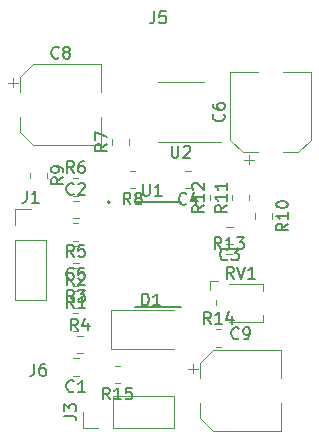
<source format=gbr>
%TF.GenerationSoftware,KiCad,Pcbnew,(6.0.7-1)-1*%
%TF.CreationDate,2023-04-05T16:12:29-04:00*%
%TF.ProjectId,Seth'sEMG,53657468-2773-4454-9d47-2e6b69636164,rev?*%
%TF.SameCoordinates,Original*%
%TF.FileFunction,Legend,Top*%
%TF.FilePolarity,Positive*%
%FSLAX46Y46*%
G04 Gerber Fmt 4.6, Leading zero omitted, Abs format (unit mm)*
G04 Created by KiCad (PCBNEW (6.0.7-1)-1) date 2023-04-05 16:12:29*
%MOMM*%
%LPD*%
G01*
G04 APERTURE LIST*
%ADD10C,0.150000*%
%ADD11C,0.120000*%
%ADD12C,0.127000*%
%ADD13C,0.200000*%
G04 APERTURE END LIST*
D10*
%TO.C,R11*%
X161997380Y-106322857D02*
X161521190Y-106656190D01*
X161997380Y-106894285D02*
X160997380Y-106894285D01*
X160997380Y-106513333D01*
X161045000Y-106418095D01*
X161092619Y-106370476D01*
X161187857Y-106322857D01*
X161330714Y-106322857D01*
X161425952Y-106370476D01*
X161473571Y-106418095D01*
X161521190Y-106513333D01*
X161521190Y-106894285D01*
X161997380Y-105370476D02*
X161997380Y-105941904D01*
X161997380Y-105656190D02*
X160997380Y-105656190D01*
X161140238Y-105751428D01*
X161235476Y-105846666D01*
X161283095Y-105941904D01*
X161997380Y-104418095D02*
X161997380Y-104989523D01*
X161997380Y-104703809D02*
X160997380Y-104703809D01*
X161140238Y-104799047D01*
X161235476Y-104894285D01*
X161283095Y-104989523D01*
%TO.C,J3*%
X148267380Y-124158333D02*
X148981666Y-124158333D01*
X149124523Y-124205952D01*
X149219761Y-124301190D01*
X149267380Y-124444047D01*
X149267380Y-124539285D01*
X148267380Y-123777380D02*
X148267380Y-123158333D01*
X148648333Y-123491666D01*
X148648333Y-123348809D01*
X148695952Y-123253571D01*
X148743571Y-123205952D01*
X148838809Y-123158333D01*
X149076904Y-123158333D01*
X149172142Y-123205952D01*
X149219761Y-123253571D01*
X149267380Y-123348809D01*
X149267380Y-123634523D01*
X149219761Y-123729761D01*
X149172142Y-123777380D01*
%TO.C,J5*%
X155876666Y-89897380D02*
X155876666Y-90611666D01*
X155829047Y-90754523D01*
X155733809Y-90849761D01*
X155590952Y-90897380D01*
X155495714Y-90897380D01*
X156829047Y-89897380D02*
X156352857Y-89897380D01*
X156305238Y-90373571D01*
X156352857Y-90325952D01*
X156448095Y-90278333D01*
X156686190Y-90278333D01*
X156781428Y-90325952D01*
X156829047Y-90373571D01*
X156876666Y-90468809D01*
X156876666Y-90706904D01*
X156829047Y-90802142D01*
X156781428Y-90849761D01*
X156686190Y-90897380D01*
X156448095Y-90897380D01*
X156352857Y-90849761D01*
X156305238Y-90802142D01*
%TO.C,R15*%
X152114642Y-122752380D02*
X151781309Y-122276190D01*
X151543214Y-122752380D02*
X151543214Y-121752380D01*
X151924166Y-121752380D01*
X152019404Y-121800000D01*
X152067023Y-121847619D01*
X152114642Y-121942857D01*
X152114642Y-122085714D01*
X152067023Y-122180952D01*
X152019404Y-122228571D01*
X151924166Y-122276190D01*
X151543214Y-122276190D01*
X153067023Y-122752380D02*
X152495595Y-122752380D01*
X152781309Y-122752380D02*
X152781309Y-121752380D01*
X152686071Y-121895238D01*
X152590833Y-121990476D01*
X152495595Y-122038095D01*
X153971785Y-121752380D02*
X153495595Y-121752380D01*
X153447976Y-122228571D01*
X153495595Y-122180952D01*
X153590833Y-122133333D01*
X153828928Y-122133333D01*
X153924166Y-122180952D01*
X153971785Y-122228571D01*
X154019404Y-122323809D01*
X154019404Y-122561904D01*
X153971785Y-122657142D01*
X153924166Y-122704761D01*
X153828928Y-122752380D01*
X153590833Y-122752380D01*
X153495595Y-122704761D01*
X153447976Y-122657142D01*
%TO.C,R9*%
X148152380Y-103949166D02*
X147676190Y-104282500D01*
X148152380Y-104520595D02*
X147152380Y-104520595D01*
X147152380Y-104139642D01*
X147200000Y-104044404D01*
X147247619Y-103996785D01*
X147342857Y-103949166D01*
X147485714Y-103949166D01*
X147580952Y-103996785D01*
X147628571Y-104044404D01*
X147676190Y-104139642D01*
X147676190Y-104520595D01*
X148152380Y-103472976D02*
X148152380Y-103282500D01*
X148104761Y-103187261D01*
X148057142Y-103139642D01*
X147914285Y-103044404D01*
X147723809Y-102996785D01*
X147342857Y-102996785D01*
X147247619Y-103044404D01*
X147200000Y-103092023D01*
X147152380Y-103187261D01*
X147152380Y-103377738D01*
X147200000Y-103472976D01*
X147247619Y-103520595D01*
X147342857Y-103568214D01*
X147580952Y-103568214D01*
X147676190Y-103520595D01*
X147723809Y-103472976D01*
X147771428Y-103377738D01*
X147771428Y-103187261D01*
X147723809Y-103092023D01*
X147676190Y-103044404D01*
X147580952Y-102996785D01*
%TO.C,C6*%
X161742142Y-98591666D02*
X161789761Y-98639285D01*
X161837380Y-98782142D01*
X161837380Y-98877380D01*
X161789761Y-99020238D01*
X161694523Y-99115476D01*
X161599285Y-99163095D01*
X161408809Y-99210714D01*
X161265952Y-99210714D01*
X161075476Y-99163095D01*
X160980238Y-99115476D01*
X160885000Y-99020238D01*
X160837380Y-98877380D01*
X160837380Y-98782142D01*
X160885000Y-98639285D01*
X160932619Y-98591666D01*
X160837380Y-97734523D02*
X160837380Y-97925000D01*
X160885000Y-98020238D01*
X160932619Y-98067857D01*
X161075476Y-98163095D01*
X161265952Y-98210714D01*
X161646904Y-98210714D01*
X161742142Y-98163095D01*
X161789761Y-98115476D01*
X161837380Y-98020238D01*
X161837380Y-97829761D01*
X161789761Y-97734523D01*
X161742142Y-97686904D01*
X161646904Y-97639285D01*
X161408809Y-97639285D01*
X161313571Y-97686904D01*
X161265952Y-97734523D01*
X161218333Y-97829761D01*
X161218333Y-98020238D01*
X161265952Y-98115476D01*
X161313571Y-98163095D01*
X161408809Y-98210714D01*
%TO.C,J1*%
X145081666Y-105087380D02*
X145081666Y-105801666D01*
X145034047Y-105944523D01*
X144938809Y-106039761D01*
X144795952Y-106087380D01*
X144700714Y-106087380D01*
X146081666Y-106087380D02*
X145510238Y-106087380D01*
X145795952Y-106087380D02*
X145795952Y-105087380D01*
X145700714Y-105230238D01*
X145605476Y-105325476D01*
X145510238Y-105373095D01*
%TO.C,U1*%
X154918095Y-104510380D02*
X154918095Y-105319904D01*
X154965714Y-105415142D01*
X155013333Y-105462761D01*
X155108571Y-105510380D01*
X155299047Y-105510380D01*
X155394285Y-105462761D01*
X155441904Y-105415142D01*
X155489523Y-105319904D01*
X155489523Y-104510380D01*
X156489523Y-105510380D02*
X155918095Y-105510380D01*
X156203809Y-105510380D02*
X156203809Y-104510380D01*
X156108571Y-104653238D01*
X156013333Y-104748476D01*
X155918095Y-104796095D01*
%TO.C,R10*%
X167202380Y-107870357D02*
X166726190Y-108203690D01*
X167202380Y-108441785D02*
X166202380Y-108441785D01*
X166202380Y-108060833D01*
X166250000Y-107965595D01*
X166297619Y-107917976D01*
X166392857Y-107870357D01*
X166535714Y-107870357D01*
X166630952Y-107917976D01*
X166678571Y-107965595D01*
X166726190Y-108060833D01*
X166726190Y-108441785D01*
X167202380Y-106917976D02*
X167202380Y-107489404D01*
X167202380Y-107203690D02*
X166202380Y-107203690D01*
X166345238Y-107298928D01*
X166440476Y-107394166D01*
X166488095Y-107489404D01*
X166202380Y-106298928D02*
X166202380Y-106203690D01*
X166250000Y-106108452D01*
X166297619Y-106060833D01*
X166392857Y-106013214D01*
X166583333Y-105965595D01*
X166821428Y-105965595D01*
X167011904Y-106013214D01*
X167107142Y-106060833D01*
X167154761Y-106108452D01*
X167202380Y-106203690D01*
X167202380Y-106298928D01*
X167154761Y-106394166D01*
X167107142Y-106441785D01*
X167011904Y-106489404D01*
X166821428Y-106537023D01*
X166583333Y-106537023D01*
X166392857Y-106489404D01*
X166297619Y-106441785D01*
X166250000Y-106394166D01*
X166202380Y-106298928D01*
%TO.C,RV1*%
X162599761Y-112522380D02*
X162266428Y-112046190D01*
X162028333Y-112522380D02*
X162028333Y-111522380D01*
X162409285Y-111522380D01*
X162504523Y-111570000D01*
X162552142Y-111617619D01*
X162599761Y-111712857D01*
X162599761Y-111855714D01*
X162552142Y-111950952D01*
X162504523Y-111998571D01*
X162409285Y-112046190D01*
X162028333Y-112046190D01*
X162885476Y-111522380D02*
X163218809Y-112522380D01*
X163552142Y-111522380D01*
X164409285Y-112522380D02*
X163837857Y-112522380D01*
X164123571Y-112522380D02*
X164123571Y-111522380D01*
X164028333Y-111665238D01*
X163933095Y-111760476D01*
X163837857Y-111808095D01*
%TO.C,D1*%
X154836904Y-114792380D02*
X154836904Y-113792380D01*
X155075000Y-113792380D01*
X155217857Y-113840000D01*
X155313095Y-113935238D01*
X155360714Y-114030476D01*
X155408333Y-114220952D01*
X155408333Y-114363809D01*
X155360714Y-114554285D01*
X155313095Y-114649523D01*
X155217857Y-114744761D01*
X155075000Y-114792380D01*
X154836904Y-114792380D01*
X156360714Y-114792380D02*
X155789285Y-114792380D01*
X156075000Y-114792380D02*
X156075000Y-113792380D01*
X155979761Y-113935238D01*
X155884523Y-114030476D01*
X155789285Y-114078095D01*
%TO.C,U2*%
X157353095Y-101277380D02*
X157353095Y-102086904D01*
X157400714Y-102182142D01*
X157448333Y-102229761D01*
X157543571Y-102277380D01*
X157734047Y-102277380D01*
X157829285Y-102229761D01*
X157876904Y-102182142D01*
X157924523Y-102086904D01*
X157924523Y-101277380D01*
X158353095Y-101372619D02*
X158400714Y-101325000D01*
X158495952Y-101277380D01*
X158734047Y-101277380D01*
X158829285Y-101325000D01*
X158876904Y-101372619D01*
X158924523Y-101467857D01*
X158924523Y-101563095D01*
X158876904Y-101705952D01*
X158305476Y-102277380D01*
X158924523Y-102277380D01*
%TO.C,R12*%
X160092380Y-106322857D02*
X159616190Y-106656190D01*
X160092380Y-106894285D02*
X159092380Y-106894285D01*
X159092380Y-106513333D01*
X159140000Y-106418095D01*
X159187619Y-106370476D01*
X159282857Y-106322857D01*
X159425714Y-106322857D01*
X159520952Y-106370476D01*
X159568571Y-106418095D01*
X159616190Y-106513333D01*
X159616190Y-106894285D01*
X160092380Y-105370476D02*
X160092380Y-105941904D01*
X160092380Y-105656190D02*
X159092380Y-105656190D01*
X159235238Y-105751428D01*
X159330476Y-105846666D01*
X159378095Y-105941904D01*
X159187619Y-104989523D02*
X159140000Y-104941904D01*
X159092380Y-104846666D01*
X159092380Y-104608571D01*
X159140000Y-104513333D01*
X159187619Y-104465714D01*
X159282857Y-104418095D01*
X159378095Y-104418095D01*
X159520952Y-104465714D01*
X160092380Y-105037142D01*
X160092380Y-104418095D01*
%TO.C,J6*%
X145716666Y-119742380D02*
X145716666Y-120456666D01*
X145669047Y-120599523D01*
X145573809Y-120694761D01*
X145430952Y-120742380D01*
X145335714Y-120742380D01*
X146621428Y-119742380D02*
X146430952Y-119742380D01*
X146335714Y-119790000D01*
X146288095Y-119837619D01*
X146192857Y-119980476D01*
X146145238Y-120170952D01*
X146145238Y-120551904D01*
X146192857Y-120647142D01*
X146240476Y-120694761D01*
X146335714Y-120742380D01*
X146526190Y-120742380D01*
X146621428Y-120694761D01*
X146669047Y-120647142D01*
X146716666Y-120551904D01*
X146716666Y-120313809D01*
X146669047Y-120218571D01*
X146621428Y-120170952D01*
X146526190Y-120123333D01*
X146335714Y-120123333D01*
X146240476Y-120170952D01*
X146192857Y-120218571D01*
X146145238Y-120313809D01*
%TO.C,C8*%
X147788333Y-93797142D02*
X147740714Y-93844761D01*
X147597857Y-93892380D01*
X147502619Y-93892380D01*
X147359761Y-93844761D01*
X147264523Y-93749523D01*
X147216904Y-93654285D01*
X147169285Y-93463809D01*
X147169285Y-93320952D01*
X147216904Y-93130476D01*
X147264523Y-93035238D01*
X147359761Y-92940000D01*
X147502619Y-92892380D01*
X147597857Y-92892380D01*
X147740714Y-92940000D01*
X147788333Y-92987619D01*
X148359761Y-93320952D02*
X148264523Y-93273333D01*
X148216904Y-93225714D01*
X148169285Y-93130476D01*
X148169285Y-93082857D01*
X148216904Y-92987619D01*
X148264523Y-92940000D01*
X148359761Y-92892380D01*
X148550238Y-92892380D01*
X148645476Y-92940000D01*
X148693095Y-92987619D01*
X148740714Y-93082857D01*
X148740714Y-93130476D01*
X148693095Y-93225714D01*
X148645476Y-93273333D01*
X148550238Y-93320952D01*
X148359761Y-93320952D01*
X148264523Y-93368571D01*
X148216904Y-93416190D01*
X148169285Y-93511428D01*
X148169285Y-93701904D01*
X148216904Y-93797142D01*
X148264523Y-93844761D01*
X148359761Y-93892380D01*
X148550238Y-93892380D01*
X148645476Y-93844761D01*
X148693095Y-93797142D01*
X148740714Y-93701904D01*
X148740714Y-93511428D01*
X148693095Y-93416190D01*
X148645476Y-93368571D01*
X148550238Y-93320952D01*
%TO.C,C9*%
X163028333Y-117562142D02*
X162980714Y-117609761D01*
X162837857Y-117657380D01*
X162742619Y-117657380D01*
X162599761Y-117609761D01*
X162504523Y-117514523D01*
X162456904Y-117419285D01*
X162409285Y-117228809D01*
X162409285Y-117085952D01*
X162456904Y-116895476D01*
X162504523Y-116800238D01*
X162599761Y-116705000D01*
X162742619Y-116657380D01*
X162837857Y-116657380D01*
X162980714Y-116705000D01*
X163028333Y-116752619D01*
X163504523Y-117657380D02*
X163695000Y-117657380D01*
X163790238Y-117609761D01*
X163837857Y-117562142D01*
X163933095Y-117419285D01*
X163980714Y-117228809D01*
X163980714Y-116847857D01*
X163933095Y-116752619D01*
X163885476Y-116705000D01*
X163790238Y-116657380D01*
X163599761Y-116657380D01*
X163504523Y-116705000D01*
X163456904Y-116752619D01*
X163409285Y-116847857D01*
X163409285Y-117085952D01*
X163456904Y-117181190D01*
X163504523Y-117228809D01*
X163599761Y-117276428D01*
X163790238Y-117276428D01*
X163885476Y-117228809D01*
X163933095Y-117181190D01*
X163980714Y-117085952D01*
%TO.C,R5*%
X149058333Y-110677380D02*
X148725000Y-110201190D01*
X148486904Y-110677380D02*
X148486904Y-109677380D01*
X148867857Y-109677380D01*
X148963095Y-109725000D01*
X149010714Y-109772619D01*
X149058333Y-109867857D01*
X149058333Y-110010714D01*
X149010714Y-110105952D01*
X148963095Y-110153571D01*
X148867857Y-110201190D01*
X148486904Y-110201190D01*
X149963095Y-109677380D02*
X149486904Y-109677380D01*
X149439285Y-110153571D01*
X149486904Y-110105952D01*
X149582142Y-110058333D01*
X149820238Y-110058333D01*
X149915476Y-110105952D01*
X149963095Y-110153571D01*
X150010714Y-110248809D01*
X150010714Y-110486904D01*
X149963095Y-110582142D01*
X149915476Y-110629761D01*
X149820238Y-110677380D01*
X149582142Y-110677380D01*
X149486904Y-110629761D01*
X149439285Y-110582142D01*
%TO.C,R6*%
X149058333Y-103577380D02*
X148725000Y-103101190D01*
X148486904Y-103577380D02*
X148486904Y-102577380D01*
X148867857Y-102577380D01*
X148963095Y-102625000D01*
X149010714Y-102672619D01*
X149058333Y-102767857D01*
X149058333Y-102910714D01*
X149010714Y-103005952D01*
X148963095Y-103053571D01*
X148867857Y-103101190D01*
X148486904Y-103101190D01*
X149915476Y-102577380D02*
X149725000Y-102577380D01*
X149629761Y-102625000D01*
X149582142Y-102672619D01*
X149486904Y-102815476D01*
X149439285Y-103005952D01*
X149439285Y-103386904D01*
X149486904Y-103482142D01*
X149534523Y-103529761D01*
X149629761Y-103577380D01*
X149820238Y-103577380D01*
X149915476Y-103529761D01*
X149963095Y-103482142D01*
X150010714Y-103386904D01*
X150010714Y-103148809D01*
X149963095Y-103053571D01*
X149915476Y-103005952D01*
X149820238Y-102958333D01*
X149629761Y-102958333D01*
X149534523Y-103005952D01*
X149486904Y-103053571D01*
X149439285Y-103148809D01*
%TO.C,C1*%
X149058333Y-122042142D02*
X149010714Y-122089761D01*
X148867857Y-122137380D01*
X148772619Y-122137380D01*
X148629761Y-122089761D01*
X148534523Y-121994523D01*
X148486904Y-121899285D01*
X148439285Y-121708809D01*
X148439285Y-121565952D01*
X148486904Y-121375476D01*
X148534523Y-121280238D01*
X148629761Y-121185000D01*
X148772619Y-121137380D01*
X148867857Y-121137380D01*
X149010714Y-121185000D01*
X149058333Y-121232619D01*
X150010714Y-122137380D02*
X149439285Y-122137380D01*
X149725000Y-122137380D02*
X149725000Y-121137380D01*
X149629761Y-121280238D01*
X149534523Y-121375476D01*
X149439285Y-121423095D01*
%TO.C,C4*%
X158583333Y-106177142D02*
X158535714Y-106224761D01*
X158392857Y-106272380D01*
X158297619Y-106272380D01*
X158154761Y-106224761D01*
X158059523Y-106129523D01*
X158011904Y-106034285D01*
X157964285Y-105843809D01*
X157964285Y-105700952D01*
X158011904Y-105510476D01*
X158059523Y-105415238D01*
X158154761Y-105320000D01*
X158297619Y-105272380D01*
X158392857Y-105272380D01*
X158535714Y-105320000D01*
X158583333Y-105367619D01*
X159440476Y-105605714D02*
X159440476Y-106272380D01*
X159202380Y-105224761D02*
X158964285Y-105939047D01*
X159583333Y-105939047D01*
%TO.C,R7*%
X151837380Y-101131666D02*
X151361190Y-101465000D01*
X151837380Y-101703095D02*
X150837380Y-101703095D01*
X150837380Y-101322142D01*
X150885000Y-101226904D01*
X150932619Y-101179285D01*
X151027857Y-101131666D01*
X151170714Y-101131666D01*
X151265952Y-101179285D01*
X151313571Y-101226904D01*
X151361190Y-101322142D01*
X151361190Y-101703095D01*
X150837380Y-100798333D02*
X150837380Y-100131666D01*
X151837380Y-100560238D01*
%TO.C,R4*%
X149415833Y-116912380D02*
X149082500Y-116436190D01*
X148844404Y-116912380D02*
X148844404Y-115912380D01*
X149225357Y-115912380D01*
X149320595Y-115960000D01*
X149368214Y-116007619D01*
X149415833Y-116102857D01*
X149415833Y-116245714D01*
X149368214Y-116340952D01*
X149320595Y-116388571D01*
X149225357Y-116436190D01*
X148844404Y-116436190D01*
X150272976Y-116245714D02*
X150272976Y-116912380D01*
X150034880Y-115864761D02*
X149796785Y-116579047D01*
X150415833Y-116579047D01*
%TO.C,R14*%
X160647142Y-116357380D02*
X160313809Y-115881190D01*
X160075714Y-116357380D02*
X160075714Y-115357380D01*
X160456666Y-115357380D01*
X160551904Y-115405000D01*
X160599523Y-115452619D01*
X160647142Y-115547857D01*
X160647142Y-115690714D01*
X160599523Y-115785952D01*
X160551904Y-115833571D01*
X160456666Y-115881190D01*
X160075714Y-115881190D01*
X161599523Y-116357380D02*
X161028095Y-116357380D01*
X161313809Y-116357380D02*
X161313809Y-115357380D01*
X161218571Y-115500238D01*
X161123333Y-115595476D01*
X161028095Y-115643095D01*
X162456666Y-115690714D02*
X162456666Y-116357380D01*
X162218571Y-115309761D02*
X161980476Y-116024047D01*
X162599523Y-116024047D01*
%TO.C,R13*%
X161559642Y-110007380D02*
X161226309Y-109531190D01*
X160988214Y-110007380D02*
X160988214Y-109007380D01*
X161369166Y-109007380D01*
X161464404Y-109055000D01*
X161512023Y-109102619D01*
X161559642Y-109197857D01*
X161559642Y-109340714D01*
X161512023Y-109435952D01*
X161464404Y-109483571D01*
X161369166Y-109531190D01*
X160988214Y-109531190D01*
X162512023Y-110007380D02*
X161940595Y-110007380D01*
X162226309Y-110007380D02*
X162226309Y-109007380D01*
X162131071Y-109150238D01*
X162035833Y-109245476D01*
X161940595Y-109293095D01*
X162845357Y-109007380D02*
X163464404Y-109007380D01*
X163131071Y-109388333D01*
X163273928Y-109388333D01*
X163369166Y-109435952D01*
X163416785Y-109483571D01*
X163464404Y-109578809D01*
X163464404Y-109816904D01*
X163416785Y-109912142D01*
X163369166Y-109959761D01*
X163273928Y-110007380D01*
X162988214Y-110007380D01*
X162892976Y-109959761D01*
X162845357Y-109912142D01*
%TO.C,R8*%
X153860833Y-106242380D02*
X153527500Y-105766190D01*
X153289404Y-106242380D02*
X153289404Y-105242380D01*
X153670357Y-105242380D01*
X153765595Y-105290000D01*
X153813214Y-105337619D01*
X153860833Y-105432857D01*
X153860833Y-105575714D01*
X153813214Y-105670952D01*
X153765595Y-105718571D01*
X153670357Y-105766190D01*
X153289404Y-105766190D01*
X154432261Y-105670952D02*
X154337023Y-105623333D01*
X154289404Y-105575714D01*
X154241785Y-105480476D01*
X154241785Y-105432857D01*
X154289404Y-105337619D01*
X154337023Y-105290000D01*
X154432261Y-105242380D01*
X154622738Y-105242380D01*
X154717976Y-105290000D01*
X154765595Y-105337619D01*
X154813214Y-105432857D01*
X154813214Y-105480476D01*
X154765595Y-105575714D01*
X154717976Y-105623333D01*
X154622738Y-105670952D01*
X154432261Y-105670952D01*
X154337023Y-105718571D01*
X154289404Y-105766190D01*
X154241785Y-105861428D01*
X154241785Y-106051904D01*
X154289404Y-106147142D01*
X154337023Y-106194761D01*
X154432261Y-106242380D01*
X154622738Y-106242380D01*
X154717976Y-106194761D01*
X154765595Y-106147142D01*
X154813214Y-106051904D01*
X154813214Y-105861428D01*
X154765595Y-105766190D01*
X154717976Y-105718571D01*
X154622738Y-105670952D01*
%TO.C,C3*%
X162073333Y-110892142D02*
X162025714Y-110939761D01*
X161882857Y-110987380D01*
X161787619Y-110987380D01*
X161644761Y-110939761D01*
X161549523Y-110844523D01*
X161501904Y-110749285D01*
X161454285Y-110558809D01*
X161454285Y-110415952D01*
X161501904Y-110225476D01*
X161549523Y-110130238D01*
X161644761Y-110035000D01*
X161787619Y-109987380D01*
X161882857Y-109987380D01*
X162025714Y-110035000D01*
X162073333Y-110082619D01*
X162406666Y-109987380D02*
X163025714Y-109987380D01*
X162692380Y-110368333D01*
X162835238Y-110368333D01*
X162930476Y-110415952D01*
X162978095Y-110463571D01*
X163025714Y-110558809D01*
X163025714Y-110796904D01*
X162978095Y-110892142D01*
X162930476Y-110939761D01*
X162835238Y-110987380D01*
X162549523Y-110987380D01*
X162454285Y-110939761D01*
X162406666Y-110892142D01*
%TO.C,R1*%
X149058333Y-114997380D02*
X148725000Y-114521190D01*
X148486904Y-114997380D02*
X148486904Y-113997380D01*
X148867857Y-113997380D01*
X148963095Y-114045000D01*
X149010714Y-114092619D01*
X149058333Y-114187857D01*
X149058333Y-114330714D01*
X149010714Y-114425952D01*
X148963095Y-114473571D01*
X148867857Y-114521190D01*
X148486904Y-114521190D01*
X150010714Y-114997380D02*
X149439285Y-114997380D01*
X149725000Y-114997380D02*
X149725000Y-113997380D01*
X149629761Y-114140238D01*
X149534523Y-114235476D01*
X149439285Y-114283095D01*
%TO.C,C2*%
X149058333Y-105357142D02*
X149010714Y-105404761D01*
X148867857Y-105452380D01*
X148772619Y-105452380D01*
X148629761Y-105404761D01*
X148534523Y-105309523D01*
X148486904Y-105214285D01*
X148439285Y-105023809D01*
X148439285Y-104880952D01*
X148486904Y-104690476D01*
X148534523Y-104595238D01*
X148629761Y-104500000D01*
X148772619Y-104452380D01*
X148867857Y-104452380D01*
X149010714Y-104500000D01*
X149058333Y-104547619D01*
X149439285Y-104547619D02*
X149486904Y-104500000D01*
X149582142Y-104452380D01*
X149820238Y-104452380D01*
X149915476Y-104500000D01*
X149963095Y-104547619D01*
X150010714Y-104642857D01*
X150010714Y-104738095D01*
X149963095Y-104880952D01*
X149391666Y-105452380D01*
X150010714Y-105452380D01*
%TO.C,C5*%
X149058333Y-112517142D02*
X149010714Y-112564761D01*
X148867857Y-112612380D01*
X148772619Y-112612380D01*
X148629761Y-112564761D01*
X148534523Y-112469523D01*
X148486904Y-112374285D01*
X148439285Y-112183809D01*
X148439285Y-112040952D01*
X148486904Y-111850476D01*
X148534523Y-111755238D01*
X148629761Y-111660000D01*
X148772619Y-111612380D01*
X148867857Y-111612380D01*
X149010714Y-111660000D01*
X149058333Y-111707619D01*
X149963095Y-111612380D02*
X149486904Y-111612380D01*
X149439285Y-112088571D01*
X149486904Y-112040952D01*
X149582142Y-111993333D01*
X149820238Y-111993333D01*
X149915476Y-112040952D01*
X149963095Y-112088571D01*
X150010714Y-112183809D01*
X150010714Y-112421904D01*
X149963095Y-112517142D01*
X149915476Y-112564761D01*
X149820238Y-112612380D01*
X149582142Y-112612380D01*
X149486904Y-112564761D01*
X149439285Y-112517142D01*
%TO.C,R2*%
X149058333Y-113092380D02*
X148725000Y-112616190D01*
X148486904Y-113092380D02*
X148486904Y-112092380D01*
X148867857Y-112092380D01*
X148963095Y-112140000D01*
X149010714Y-112187619D01*
X149058333Y-112282857D01*
X149058333Y-112425714D01*
X149010714Y-112520952D01*
X148963095Y-112568571D01*
X148867857Y-112616190D01*
X148486904Y-112616190D01*
X149439285Y-112187619D02*
X149486904Y-112140000D01*
X149582142Y-112092380D01*
X149820238Y-112092380D01*
X149915476Y-112140000D01*
X149963095Y-112187619D01*
X150010714Y-112282857D01*
X150010714Y-112378095D01*
X149963095Y-112520952D01*
X149391666Y-113092380D01*
X150010714Y-113092380D01*
%TO.C,R3*%
X149058333Y-114487380D02*
X148725000Y-114011190D01*
X148486904Y-114487380D02*
X148486904Y-113487380D01*
X148867857Y-113487380D01*
X148963095Y-113535000D01*
X149010714Y-113582619D01*
X149058333Y-113677857D01*
X149058333Y-113820714D01*
X149010714Y-113915952D01*
X148963095Y-113963571D01*
X148867857Y-114011190D01*
X148486904Y-114011190D01*
X149391666Y-113487380D02*
X150010714Y-113487380D01*
X149677380Y-113868333D01*
X149820238Y-113868333D01*
X149915476Y-113915952D01*
X149963095Y-113963571D01*
X150010714Y-114058809D01*
X150010714Y-114296904D01*
X149963095Y-114392142D01*
X149915476Y-114439761D01*
X149820238Y-114487380D01*
X149534523Y-114487380D01*
X149439285Y-114439761D01*
X149391666Y-114392142D01*
D11*
%TO.C,R11*%
X162460000Y-105907064D02*
X162460000Y-105452936D01*
X163930000Y-105907064D02*
X163930000Y-105452936D01*
%TO.C,J3*%
X152415000Y-125155000D02*
X157555000Y-125155000D01*
X152415000Y-125155000D02*
X152415000Y-122495000D01*
X149815000Y-125155000D02*
X149815000Y-123825000D01*
X157555000Y-125155000D02*
X157555000Y-122495000D01*
X152415000Y-122495000D02*
X157555000Y-122495000D01*
X151145000Y-125155000D02*
X149815000Y-125155000D01*
%TO.C,R15*%
X152984564Y-121385000D02*
X152530436Y-121385000D01*
X152984564Y-119915000D02*
X152530436Y-119915000D01*
%TO.C,R9*%
X146785000Y-103555436D02*
X146785000Y-104009564D01*
X145315000Y-103555436D02*
X145315000Y-104009564D01*
%TO.C,C6*%
X163389437Y-101835000D02*
X164675000Y-101835000D01*
X162325000Y-95015000D02*
X164675000Y-95015000D01*
X168080563Y-101835000D02*
X166795000Y-101835000D01*
X163493750Y-102468750D02*
X164281250Y-102468750D01*
X168080563Y-101835000D02*
X169145000Y-100770563D01*
X163389437Y-101835000D02*
X162325000Y-100770563D01*
X163887500Y-102862500D02*
X163887500Y-102075000D01*
X169145000Y-100770563D02*
X169145000Y-95015000D01*
X162325000Y-100770563D02*
X162325000Y-95015000D01*
X169145000Y-95015000D02*
X166795000Y-95015000D01*
%TO.C,J1*%
X144085000Y-107965000D02*
X144085000Y-106635000D01*
X144085000Y-114375000D02*
X146745000Y-114375000D01*
X146745000Y-109235000D02*
X146745000Y-114375000D01*
X144085000Y-109235000D02*
X146745000Y-109235000D01*
X144085000Y-109235000D02*
X144085000Y-114375000D01*
X144085000Y-106635000D02*
X145415000Y-106635000D01*
D12*
%TO.C,U1*%
X154260000Y-114915000D02*
X158160000Y-114915000D01*
X154260000Y-106065000D02*
X158160000Y-106065000D01*
D13*
X152105000Y-106070000D02*
G75*
G03*
X152105000Y-106070000I-100000J0D01*
G01*
D11*
%TO.C,R10*%
X165835000Y-107000436D02*
X165835000Y-107454564D01*
X164365000Y-107000436D02*
X164365000Y-107454564D01*
%TO.C,RV1*%
X165095000Y-116170000D02*
X165095000Y-115570000D01*
X165095000Y-112970000D02*
X165095000Y-113570000D01*
X161095000Y-114370000D02*
X161095000Y-114770000D01*
X161295000Y-112770000D02*
X160595000Y-112770000D01*
X160595000Y-112770000D02*
X160595000Y-113470000D01*
X162195000Y-116170000D02*
X165095000Y-116170000D01*
X162195000Y-112970000D02*
X165095000Y-112970000D01*
%TO.C,D1*%
X152175000Y-115190000D02*
X157575000Y-115190000D01*
X152175000Y-118490000D02*
X157575000Y-118490000D01*
X152175000Y-115190000D02*
X152175000Y-118490000D01*
%TO.C,U2*%
X158115000Y-95865000D02*
X160065000Y-95865000D01*
X158115000Y-100985000D02*
X161565000Y-100985000D01*
X158115000Y-100985000D02*
X156165000Y-100985000D01*
X158115000Y-95865000D02*
X156165000Y-95865000D01*
%TO.C,R12*%
X162025000Y-105907064D02*
X162025000Y-105452936D01*
X160555000Y-105907064D02*
X160555000Y-105452936D01*
%TO.C,C8*%
X143517500Y-95942500D02*
X144305000Y-95942500D01*
X144545000Y-100135563D02*
X145609437Y-101200000D01*
X145609437Y-101200000D02*
X151365000Y-101200000D01*
X151365000Y-101200000D02*
X151365000Y-98850000D01*
X143911250Y-95548750D02*
X143911250Y-96336250D01*
X145609437Y-94380000D02*
X151365000Y-94380000D01*
X144545000Y-100135563D02*
X144545000Y-98850000D01*
X151365000Y-94380000D02*
X151365000Y-96730000D01*
X144545000Y-95444437D02*
X144545000Y-96730000D01*
X144545000Y-95444437D02*
X145609437Y-94380000D01*
%TO.C,C9*%
X159785000Y-119654437D02*
X160849437Y-118590000D01*
X160849437Y-125410000D02*
X166605000Y-125410000D01*
X160849437Y-118590000D02*
X166605000Y-118590000D01*
X166605000Y-118590000D02*
X166605000Y-120940000D01*
X159151250Y-119758750D02*
X159151250Y-120546250D01*
X159785000Y-124345563D02*
X159785000Y-123060000D01*
X159785000Y-124345563D02*
X160849437Y-125410000D01*
X159785000Y-119654437D02*
X159785000Y-120940000D01*
X166605000Y-125410000D02*
X166605000Y-123060000D01*
X158757500Y-120152500D02*
X159545000Y-120152500D01*
%TO.C,R5*%
X149452064Y-109310000D02*
X148997936Y-109310000D01*
X149452064Y-107840000D02*
X148997936Y-107840000D01*
%TO.C,R6*%
X148997936Y-104040000D02*
X149452064Y-104040000D01*
X148997936Y-105510000D02*
X149452064Y-105510000D01*
%TO.C,C1*%
X149486252Y-119270000D02*
X148963748Y-119270000D01*
X149486252Y-120740000D02*
X148963748Y-120740000D01*
%TO.C,C4*%
X159011252Y-104875000D02*
X158488748Y-104875000D01*
X159011252Y-103405000D02*
X158488748Y-103405000D01*
%TO.C,R7*%
X152300000Y-101192064D02*
X152300000Y-100737936D01*
X153770000Y-101192064D02*
X153770000Y-100737936D01*
%TO.C,R4*%
X149355436Y-118845000D02*
X149809564Y-118845000D01*
X149355436Y-117375000D02*
X149809564Y-117375000D01*
%TO.C,R14*%
X161062936Y-116820000D02*
X161517064Y-116820000D01*
X161062936Y-118290000D02*
X161517064Y-118290000D01*
%TO.C,R13*%
X161975436Y-110470000D02*
X162429564Y-110470000D01*
X161975436Y-111940000D02*
X162429564Y-111940000D01*
%TO.C,R8*%
X154254564Y-104875000D02*
X153800436Y-104875000D01*
X154254564Y-103405000D02*
X153800436Y-103405000D01*
%TO.C,C3*%
X162501252Y-108120000D02*
X161978748Y-108120000D01*
X162501252Y-109590000D02*
X161978748Y-109590000D01*
%TO.C,R1*%
X148997936Y-115460000D02*
X149452064Y-115460000D01*
X148997936Y-116930000D02*
X149452064Y-116930000D01*
%TO.C,C2*%
X148963748Y-107415000D02*
X149486252Y-107415000D01*
X148963748Y-105945000D02*
X149486252Y-105945000D01*
%TO.C,C5*%
X149486252Y-111215000D02*
X148963748Y-111215000D01*
X149486252Y-109745000D02*
X148963748Y-109745000D01*
%TO.C,R2*%
X148997936Y-115025000D02*
X149452064Y-115025000D01*
X148997936Y-113555000D02*
X149452064Y-113555000D01*
%TO.C,R3*%
X149452064Y-113120000D02*
X148997936Y-113120000D01*
X149452064Y-111650000D02*
X148997936Y-111650000D01*
%TD*%
M02*

</source>
